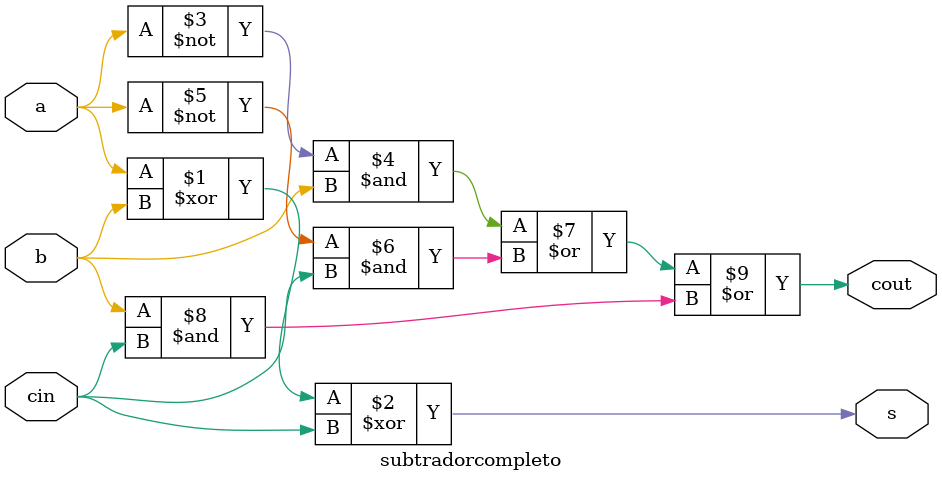
<source format=sv>
module subtradorcompleto(
    input logic a,
    input logic b,
    input logic cin,
    output logic s,
    output logic cout
);   
    assign s = a ^ b ^ cin;
    assign cout = (~a & b) | (~a & cin) | (b & cin);

endmodule
</source>
